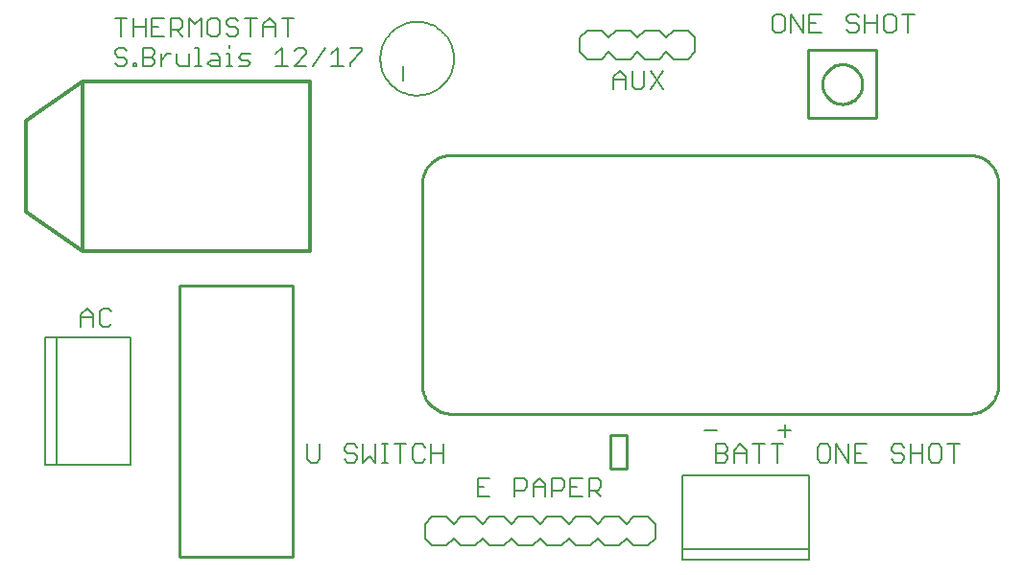
<source format=gto>
G75*
G70*
%OFA0B0*%
%FSLAX24Y24*%
%IPPOS*%
%LPD*%
%AMOC8*
5,1,8,0,0,1.08239X$1,22.5*
%
%ADD10C,0.0060*%
%ADD11C,0.0100*%
%ADD12C,0.0080*%
%ADD13C,0.0120*%
D10*
X002542Y009235D02*
X002542Y009662D01*
X002756Y009876D01*
X002969Y009662D01*
X002969Y009235D01*
X002969Y009555D02*
X002542Y009555D01*
X003614Y009769D02*
X003507Y009876D01*
X003294Y009876D01*
X003187Y009769D01*
X003187Y009342D01*
X003294Y009235D01*
X003507Y009235D01*
X003614Y009342D01*
X026878Y020112D02*
X026665Y020112D01*
X026558Y020005D01*
X026558Y019578D01*
X026665Y019471D01*
X026878Y019471D01*
X026985Y019578D01*
X026985Y020005D01*
X026878Y020112D01*
X027203Y019471D02*
X027203Y020112D01*
X027630Y019471D01*
X027630Y020112D01*
X028274Y020112D02*
X027847Y020112D01*
X027847Y019471D01*
X028274Y019471D01*
X028061Y019792D02*
X027847Y019792D01*
X029563Y020005D02*
X029456Y020112D01*
X029243Y020112D01*
X029136Y020005D01*
X029136Y019898D01*
X029243Y019792D01*
X029456Y019792D01*
X029563Y019685D01*
X029563Y019578D01*
X029456Y019471D01*
X029243Y019471D01*
X029136Y019578D01*
X029781Y019471D02*
X029781Y020112D01*
X029781Y019792D02*
X030208Y019792D01*
X030208Y020112D02*
X030208Y019471D01*
X030746Y020112D02*
X030532Y020112D01*
X030425Y020005D01*
X030425Y019578D01*
X030532Y019471D01*
X030746Y019471D01*
X030852Y019578D01*
X030852Y020005D01*
X030746Y020112D01*
X031283Y020112D02*
X031283Y019471D01*
X031070Y020112D02*
X031497Y020112D01*
X024589Y004511D02*
X024589Y005151D01*
X024910Y005151D01*
X025016Y005044D01*
X025016Y004938D01*
X024910Y004831D01*
X025016Y004724D01*
X025016Y004617D01*
X024910Y004511D01*
X024589Y004511D01*
X024589Y004831D02*
X024910Y004831D01*
X025234Y004511D02*
X025234Y004938D01*
X025448Y005151D01*
X025661Y004938D01*
X025661Y004511D01*
X025661Y004831D02*
X025234Y004831D01*
X026092Y004511D02*
X026092Y005151D01*
X025879Y005151D02*
X026306Y005151D01*
X026737Y005151D02*
X026737Y004511D01*
X026523Y005151D02*
X026950Y005151D01*
X028453Y005151D02*
X028240Y005151D01*
X028133Y005044D01*
X028133Y004617D01*
X028240Y004511D01*
X028453Y004511D01*
X028560Y004617D01*
X028560Y005044D01*
X028453Y005151D01*
X028777Y004511D02*
X028777Y005151D01*
X029204Y004511D01*
X029204Y005151D01*
X029849Y005151D02*
X029422Y005151D01*
X029422Y004511D01*
X029849Y004511D01*
X029635Y004831D02*
X029422Y004831D01*
X031138Y005044D02*
X031031Y005151D01*
X030818Y005151D01*
X030711Y005044D01*
X030711Y004938D01*
X030818Y004831D01*
X031031Y004831D01*
X031138Y004724D01*
X031138Y004617D01*
X031031Y004511D01*
X030818Y004511D01*
X030711Y004617D01*
X031356Y004511D02*
X031356Y005151D01*
X031356Y004831D02*
X031783Y004831D01*
X031783Y005151D02*
X031783Y004511D01*
X032320Y005151D02*
X032107Y005151D01*
X032000Y005044D01*
X032000Y004617D01*
X032107Y004511D01*
X032320Y004511D01*
X032427Y004617D01*
X032427Y005044D01*
X032320Y005151D01*
X032858Y005151D02*
X032858Y004511D01*
X032645Y005151D02*
X033072Y005151D01*
X010416Y005151D02*
X010416Y004617D01*
X010523Y004511D01*
X010736Y004511D01*
X010843Y004617D01*
X010843Y005151D01*
X012132Y005044D02*
X012026Y005151D01*
X011812Y005151D01*
X011705Y005044D01*
X011705Y004938D01*
X011812Y004831D01*
X012026Y004831D01*
X012132Y004724D01*
X012132Y004617D01*
X012026Y004511D01*
X011812Y004511D01*
X011705Y004617D01*
X012350Y005151D02*
X012350Y004511D01*
X012563Y004724D01*
X012777Y004511D01*
X012777Y005151D01*
X012994Y004511D02*
X013208Y004511D01*
X013101Y004511D02*
X013101Y005151D01*
X012994Y005151D02*
X013208Y005151D01*
X013638Y005151D02*
X013638Y004511D01*
X013424Y005151D02*
X013851Y005151D01*
X014496Y005044D02*
X014389Y005151D01*
X014175Y005151D01*
X014069Y005044D01*
X014069Y004617D01*
X014175Y004511D01*
X014389Y004511D01*
X014496Y004617D01*
X014713Y004511D02*
X014713Y005151D01*
X014713Y004831D02*
X015140Y004831D01*
X015140Y005151D02*
X015140Y004511D01*
X024196Y005618D02*
X024623Y005618D01*
X026774Y005618D02*
X027201Y005618D01*
X026987Y005405D02*
X026987Y005832D01*
X016749Y003970D02*
X016322Y003970D01*
X016322Y003330D01*
X016749Y003330D01*
X016535Y003650D02*
X016322Y003650D01*
X017611Y003330D02*
X017611Y003970D01*
X017931Y003970D01*
X018038Y003863D01*
X018038Y003650D01*
X017931Y003543D01*
X017611Y003543D01*
X018255Y003330D02*
X018255Y003757D01*
X018469Y003970D01*
X018682Y003757D01*
X018682Y003330D01*
X018682Y003650D02*
X018255Y003650D01*
X018900Y003330D02*
X018900Y003970D01*
X019220Y003970D01*
X019327Y003863D01*
X019327Y003650D01*
X019220Y003543D01*
X018900Y003543D01*
X019972Y003970D02*
X019544Y003970D01*
X019544Y003330D01*
X019972Y003330D01*
X019758Y003650D02*
X019544Y003650D01*
X020189Y003330D02*
X020189Y003970D01*
X020509Y003970D01*
X020616Y003863D01*
X020616Y003650D01*
X020509Y003543D01*
X020189Y003543D01*
X020403Y003543D02*
X020616Y003330D01*
X021046Y017503D02*
X021046Y017930D01*
X021260Y018143D01*
X021473Y017930D01*
X021473Y017503D01*
X021473Y017823D02*
X021046Y017823D01*
X021691Y018143D02*
X021691Y017610D01*
X021797Y017503D01*
X022011Y017503D01*
X022118Y017610D01*
X022118Y018143D01*
X022335Y018143D02*
X022762Y017503D01*
X022335Y017503D02*
X022762Y018143D01*
X003937Y019340D02*
X003937Y019981D01*
X004150Y019981D02*
X003723Y019981D01*
X004368Y019981D02*
X004368Y019340D01*
X004368Y019661D02*
X004795Y019661D01*
X004795Y019981D02*
X004795Y019340D01*
X005439Y019981D02*
X005012Y019981D01*
X005012Y019340D01*
X005439Y019340D01*
X005226Y019661D02*
X005012Y019661D01*
X005657Y019340D02*
X005657Y019981D01*
X005977Y019981D01*
X006084Y019874D01*
X006084Y019661D01*
X005977Y019554D01*
X005657Y019554D01*
X005870Y019554D02*
X006084Y019340D01*
X006302Y019340D02*
X006302Y019981D01*
X006515Y019767D01*
X006729Y019981D01*
X006729Y019340D01*
X007266Y019981D02*
X007053Y019981D01*
X006946Y019874D01*
X006946Y019447D01*
X007053Y019340D01*
X007266Y019340D01*
X007373Y019447D01*
X007373Y019874D01*
X007266Y019981D01*
X008018Y019874D02*
X007911Y019981D01*
X007697Y019981D01*
X007591Y019874D01*
X007591Y019767D01*
X007697Y019661D01*
X007911Y019661D01*
X008018Y019554D01*
X008018Y019447D01*
X007911Y019340D01*
X007697Y019340D01*
X007591Y019447D01*
X008449Y019340D02*
X008449Y019981D01*
X008662Y019981D02*
X008235Y019981D01*
X008880Y019340D02*
X008880Y019767D01*
X009093Y019981D01*
X009307Y019767D01*
X009307Y019340D01*
X009307Y019661D02*
X008880Y019661D01*
X009738Y019981D02*
X009738Y019340D01*
X009524Y019981D02*
X009951Y019981D01*
X004150Y018824D02*
X004044Y018931D01*
X003830Y018931D01*
X003723Y018824D01*
X003723Y018717D01*
X003830Y018611D01*
X004044Y018611D01*
X004150Y018504D01*
X004150Y018397D01*
X004044Y018290D01*
X003830Y018290D01*
X003723Y018397D01*
X004368Y018290D02*
X004368Y018397D01*
X004475Y018397D01*
X004475Y018290D01*
X004368Y018290D01*
X004690Y018290D02*
X004690Y018931D01*
X005010Y018931D01*
X005117Y018824D01*
X005117Y018717D01*
X005010Y018611D01*
X005117Y018504D01*
X005117Y018397D01*
X005010Y018290D01*
X004690Y018290D01*
X004690Y018611D02*
X005010Y018611D01*
X005335Y018717D02*
X005335Y018290D01*
X005335Y018504D02*
X005548Y018717D01*
X005655Y018717D01*
X005872Y018717D02*
X005872Y018397D01*
X005979Y018290D01*
X006299Y018290D01*
X006299Y018717D01*
X006516Y018931D02*
X006623Y018931D01*
X006623Y018290D01*
X006516Y018290D02*
X006730Y018290D01*
X007053Y018717D02*
X007266Y018717D01*
X007373Y018611D01*
X007373Y018290D01*
X007053Y018290D01*
X006946Y018397D01*
X007053Y018504D01*
X007373Y018504D01*
X007591Y018717D02*
X007697Y018717D01*
X007697Y018290D01*
X007591Y018290D02*
X007804Y018290D01*
X007697Y018931D02*
X007697Y019038D01*
X008020Y018290D02*
X008341Y018290D01*
X008447Y018397D01*
X008341Y018504D01*
X008127Y018504D01*
X008020Y018611D01*
X008127Y018717D01*
X008447Y018717D01*
X009309Y018717D02*
X009523Y018931D01*
X009523Y018290D01*
X009736Y018290D02*
X009309Y018290D01*
X010381Y018290D02*
X009954Y018290D01*
X010381Y018717D01*
X010381Y018824D01*
X010274Y018931D01*
X010061Y018931D01*
X009954Y018824D01*
X010599Y018290D02*
X011026Y018931D01*
X011243Y018717D02*
X011457Y018931D01*
X011457Y018290D01*
X011670Y018290D02*
X011243Y018290D01*
X011888Y018931D02*
X012315Y018931D01*
X012315Y018824D01*
X011888Y018397D01*
X011888Y018290D01*
D11*
X009894Y010681D02*
X009894Y001233D01*
X005957Y001233D01*
X005957Y010681D01*
X009894Y010681D01*
X033402Y015209D02*
X015402Y015209D01*
X015342Y015207D01*
X015281Y015202D01*
X015222Y015193D01*
X015163Y015180D01*
X015104Y015164D01*
X015047Y015144D01*
X014992Y015121D01*
X014937Y015094D01*
X014885Y015065D01*
X014834Y015032D01*
X014785Y014996D01*
X014739Y014958D01*
X014695Y014916D01*
X014653Y014872D01*
X014615Y014826D01*
X014579Y014777D01*
X014546Y014726D01*
X014517Y014674D01*
X014490Y014619D01*
X014467Y014564D01*
X014447Y014507D01*
X014431Y014448D01*
X014418Y014389D01*
X014409Y014330D01*
X014404Y014269D01*
X014402Y014209D01*
X014402Y007209D01*
X014404Y007149D01*
X014409Y007088D01*
X014418Y007029D01*
X014431Y006970D01*
X014447Y006911D01*
X014467Y006854D01*
X014490Y006799D01*
X014517Y006744D01*
X014546Y006692D01*
X014579Y006641D01*
X014615Y006592D01*
X014653Y006546D01*
X014695Y006502D01*
X014739Y006460D01*
X014785Y006422D01*
X014834Y006386D01*
X014885Y006353D01*
X014937Y006324D01*
X014992Y006297D01*
X015047Y006274D01*
X015104Y006254D01*
X015163Y006238D01*
X015222Y006225D01*
X015281Y006216D01*
X015342Y006211D01*
X015402Y006209D01*
X033402Y006209D01*
X033462Y006211D01*
X033523Y006216D01*
X033582Y006225D01*
X033641Y006238D01*
X033700Y006254D01*
X033757Y006274D01*
X033812Y006297D01*
X033867Y006324D01*
X033919Y006353D01*
X033970Y006386D01*
X034019Y006422D01*
X034065Y006460D01*
X034109Y006502D01*
X034151Y006546D01*
X034189Y006592D01*
X034225Y006641D01*
X034258Y006692D01*
X034287Y006744D01*
X034314Y006799D01*
X034337Y006854D01*
X034357Y006911D01*
X034373Y006970D01*
X034386Y007029D01*
X034395Y007088D01*
X034400Y007149D01*
X034402Y007209D01*
X034402Y014209D01*
X034400Y014269D01*
X034395Y014330D01*
X034386Y014389D01*
X034373Y014448D01*
X034357Y014507D01*
X034337Y014564D01*
X034314Y014619D01*
X034287Y014674D01*
X034258Y014726D01*
X034225Y014777D01*
X034189Y014826D01*
X034151Y014872D01*
X034109Y014916D01*
X034065Y014958D01*
X034019Y014996D01*
X033970Y015032D01*
X033919Y015065D01*
X033867Y015094D01*
X033812Y015121D01*
X033757Y015144D01*
X033700Y015164D01*
X033641Y015180D01*
X033582Y015193D01*
X033523Y015202D01*
X033462Y015207D01*
X033402Y015209D01*
X021489Y005465D02*
X021489Y004284D01*
X020937Y004284D01*
X020937Y005465D01*
X021489Y005465D01*
X027807Y016489D02*
X030170Y016489D01*
X030170Y018851D01*
X027807Y018851D01*
X027807Y016489D01*
X028300Y017670D02*
X028302Y017722D01*
X028308Y017774D01*
X028318Y017825D01*
X028331Y017875D01*
X028349Y017925D01*
X028370Y017972D01*
X028394Y018018D01*
X028423Y018062D01*
X028454Y018104D01*
X028488Y018143D01*
X028525Y018180D01*
X028565Y018213D01*
X028608Y018244D01*
X028652Y018271D01*
X028698Y018295D01*
X028747Y018315D01*
X028796Y018331D01*
X028847Y018344D01*
X028898Y018353D01*
X028950Y018358D01*
X029002Y018359D01*
X029054Y018356D01*
X029106Y018349D01*
X029157Y018338D01*
X029207Y018324D01*
X029256Y018305D01*
X029303Y018283D01*
X029348Y018258D01*
X029392Y018229D01*
X029433Y018197D01*
X029472Y018162D01*
X029507Y018124D01*
X029540Y018083D01*
X029570Y018041D01*
X029596Y017996D01*
X029619Y017949D01*
X029638Y017900D01*
X029654Y017850D01*
X029666Y017800D01*
X029674Y017748D01*
X029678Y017696D01*
X029678Y017644D01*
X029674Y017592D01*
X029666Y017540D01*
X029654Y017490D01*
X029638Y017440D01*
X029619Y017391D01*
X029596Y017344D01*
X029570Y017299D01*
X029540Y017257D01*
X029507Y017216D01*
X029472Y017178D01*
X029433Y017143D01*
X029392Y017111D01*
X029348Y017082D01*
X029303Y017057D01*
X029256Y017035D01*
X029207Y017016D01*
X029157Y017002D01*
X029106Y016991D01*
X029054Y016984D01*
X029002Y016981D01*
X028950Y016982D01*
X028898Y016987D01*
X028847Y016996D01*
X028796Y017009D01*
X028747Y017025D01*
X028698Y017045D01*
X028652Y017069D01*
X028608Y017096D01*
X028565Y017127D01*
X028525Y017160D01*
X028488Y017197D01*
X028454Y017236D01*
X028423Y017278D01*
X028394Y017322D01*
X028370Y017368D01*
X028349Y017415D01*
X028331Y017465D01*
X028318Y017515D01*
X028308Y017566D01*
X028302Y017618D01*
X028300Y017670D01*
D12*
X004264Y008851D02*
X004264Y004441D01*
X001705Y004441D01*
X001311Y004441D01*
X001311Y008851D01*
X001705Y008851D01*
X004264Y008851D01*
X001705Y008851D02*
X001705Y004441D01*
X016250Y001619D02*
X015750Y001619D01*
X015500Y001869D01*
X015500Y002369D02*
X015750Y002619D01*
X017500Y001869D02*
X017250Y001619D01*
X016750Y001619D01*
X016500Y001869D01*
X016500Y002369D02*
X016750Y002619D01*
X017250Y002619D01*
X017500Y002369D01*
X016500Y001869D02*
X016250Y001619D01*
X016500Y002369D02*
X016250Y002619D01*
X015750Y002619D01*
X019250Y001619D02*
X018750Y001619D01*
X018500Y001869D01*
X018500Y002369D02*
X018750Y002619D01*
X018500Y001869D02*
X018250Y001619D01*
X017750Y001619D01*
X017500Y001869D01*
X017500Y002369D02*
X017750Y002619D01*
X018250Y002619D01*
X018500Y002369D01*
X020500Y001869D02*
X020250Y001619D01*
X019750Y001619D01*
X019500Y001869D01*
X019500Y002369D02*
X019750Y002619D01*
X020250Y002619D01*
X020500Y002369D01*
X019500Y001869D02*
X019250Y001619D01*
X019500Y002369D02*
X019250Y002619D01*
X018750Y002619D01*
X022250Y001619D02*
X021750Y001619D01*
X021500Y001869D01*
X021500Y002369D02*
X021750Y002619D01*
X021500Y001869D02*
X021250Y001619D01*
X020750Y001619D01*
X020500Y001869D01*
X020500Y002369D02*
X020750Y002619D01*
X021250Y002619D01*
X021500Y002369D01*
X022500Y002369D02*
X022500Y001869D01*
X022250Y001619D01*
X022500Y002369D02*
X022250Y002619D01*
X021750Y002619D01*
X015250Y001619D02*
X014750Y001619D01*
X014500Y001869D01*
X014500Y002369D01*
X014750Y002619D01*
X015500Y001869D02*
X015250Y001619D01*
X015500Y002369D02*
X015250Y002619D01*
X014750Y002619D01*
X013725Y017806D02*
X013725Y018306D01*
X012945Y018556D02*
X012947Y018627D01*
X012953Y018698D01*
X012963Y018769D01*
X012977Y018838D01*
X012994Y018907D01*
X013016Y018975D01*
X013041Y019042D01*
X013070Y019107D01*
X013102Y019170D01*
X013138Y019232D01*
X013177Y019291D01*
X013220Y019348D01*
X013265Y019403D01*
X013314Y019455D01*
X013365Y019504D01*
X013419Y019550D01*
X013476Y019594D01*
X013534Y019634D01*
X013595Y019670D01*
X013658Y019704D01*
X013723Y019733D01*
X013789Y019759D01*
X013857Y019782D01*
X013925Y019800D01*
X013995Y019815D01*
X014065Y019826D01*
X014136Y019833D01*
X014207Y019836D01*
X014278Y019835D01*
X014349Y019830D01*
X014420Y019821D01*
X014490Y019808D01*
X014559Y019792D01*
X014627Y019771D01*
X014694Y019747D01*
X014760Y019719D01*
X014823Y019687D01*
X014885Y019652D01*
X014945Y019614D01*
X015003Y019572D01*
X015058Y019528D01*
X015111Y019480D01*
X015161Y019429D01*
X015208Y019376D01*
X015252Y019320D01*
X015293Y019262D01*
X015331Y019201D01*
X015365Y019139D01*
X015395Y019074D01*
X015422Y019009D01*
X015446Y018941D01*
X015465Y018873D01*
X015481Y018804D01*
X015493Y018733D01*
X015501Y018663D01*
X015505Y018592D01*
X015505Y018520D01*
X015501Y018449D01*
X015493Y018379D01*
X015481Y018308D01*
X015465Y018239D01*
X015446Y018171D01*
X015422Y018103D01*
X015395Y018038D01*
X015365Y017973D01*
X015331Y017911D01*
X015293Y017850D01*
X015252Y017792D01*
X015208Y017736D01*
X015161Y017683D01*
X015111Y017632D01*
X015058Y017584D01*
X015003Y017540D01*
X014945Y017498D01*
X014885Y017460D01*
X014823Y017425D01*
X014760Y017393D01*
X014694Y017365D01*
X014627Y017341D01*
X014559Y017320D01*
X014490Y017304D01*
X014420Y017291D01*
X014349Y017282D01*
X014278Y017277D01*
X014207Y017276D01*
X014136Y017279D01*
X014065Y017286D01*
X013995Y017297D01*
X013925Y017312D01*
X013857Y017330D01*
X013789Y017353D01*
X013723Y017379D01*
X013658Y017408D01*
X013595Y017442D01*
X013534Y017478D01*
X013476Y017518D01*
X013419Y017562D01*
X013365Y017608D01*
X013314Y017657D01*
X013265Y017709D01*
X013220Y017764D01*
X013177Y017821D01*
X013138Y017880D01*
X013102Y017942D01*
X013070Y018005D01*
X013041Y018070D01*
X013016Y018137D01*
X012994Y018205D01*
X012977Y018274D01*
X012963Y018343D01*
X012953Y018414D01*
X012947Y018485D01*
X012945Y018556D01*
X023437Y004067D02*
X027847Y004067D01*
X027847Y001508D01*
X027847Y001115D01*
X023437Y001115D01*
X023437Y001508D01*
X023437Y004067D01*
X023437Y001508D02*
X027847Y001508D01*
X020628Y018548D02*
X020128Y018548D01*
X019878Y018798D01*
X019878Y019298D02*
X020128Y019548D01*
X021878Y018798D02*
X021628Y018548D01*
X021128Y018548D01*
X020878Y018798D01*
X020878Y019298D02*
X021128Y019548D01*
X021628Y019548D01*
X021878Y019298D01*
X020878Y018798D02*
X020628Y018548D01*
X020878Y019298D02*
X020628Y019548D01*
X020128Y019548D01*
X023628Y018548D02*
X023128Y018548D01*
X022878Y018798D01*
X022878Y019298D02*
X023128Y019548D01*
X022878Y018798D02*
X022628Y018548D01*
X022128Y018548D01*
X021878Y018798D01*
X021878Y019298D02*
X022128Y019548D01*
X022628Y019548D01*
X022878Y019298D01*
X023878Y019298D02*
X023878Y018798D01*
X023628Y018548D01*
X023878Y019298D02*
X023628Y019548D01*
X023128Y019548D01*
X019878Y019298D02*
X019878Y018798D01*
D13*
X010485Y011863D02*
X010485Y017768D01*
X002611Y017768D01*
X000642Y016390D01*
X000642Y013241D01*
X002611Y011863D01*
X010485Y011863D01*
X002611Y011863D02*
X002611Y017768D01*
M02*

</source>
